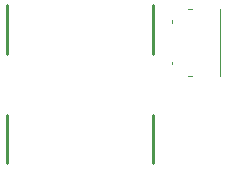
<source format=gbr>
%TF.GenerationSoftware,Altium Limited,Altium Designer,20.1.8 (145)*%
G04 Layer_Color=65535*
%FSLAX45Y45*%
%MOMM*%
%TF.SameCoordinates,4CD9D56E-ABF0-4F53-8DDA-4C7987737DBE*%
%TF.FilePolarity,Positive*%
%TF.FileFunction,Legend,Top*%
%TF.Part,Single*%
G01*
G75*
%TA.AperFunction,NonConductor*%
%ADD29C,0.10160*%
%ADD45C,0.25400*%
D29*
X1458933Y1297824D02*
Y1317824D01*
X1593199Y1414824D02*
X1623933D01*
X1458933Y946563D02*
Y966563D01*
X1586672Y848824D02*
X1623933D01*
X1863933D02*
Y1414824D01*
D45*
X57041Y1035480D02*
Y1445479D01*
Y105480D02*
Y515480D01*
X1297041Y1035480D02*
Y1445479D01*
Y105480D02*
Y515480D01*
%TF.MD5,b2a389ebeb98eaf3a22d627ee1f8aa40*%
M02*

</source>
